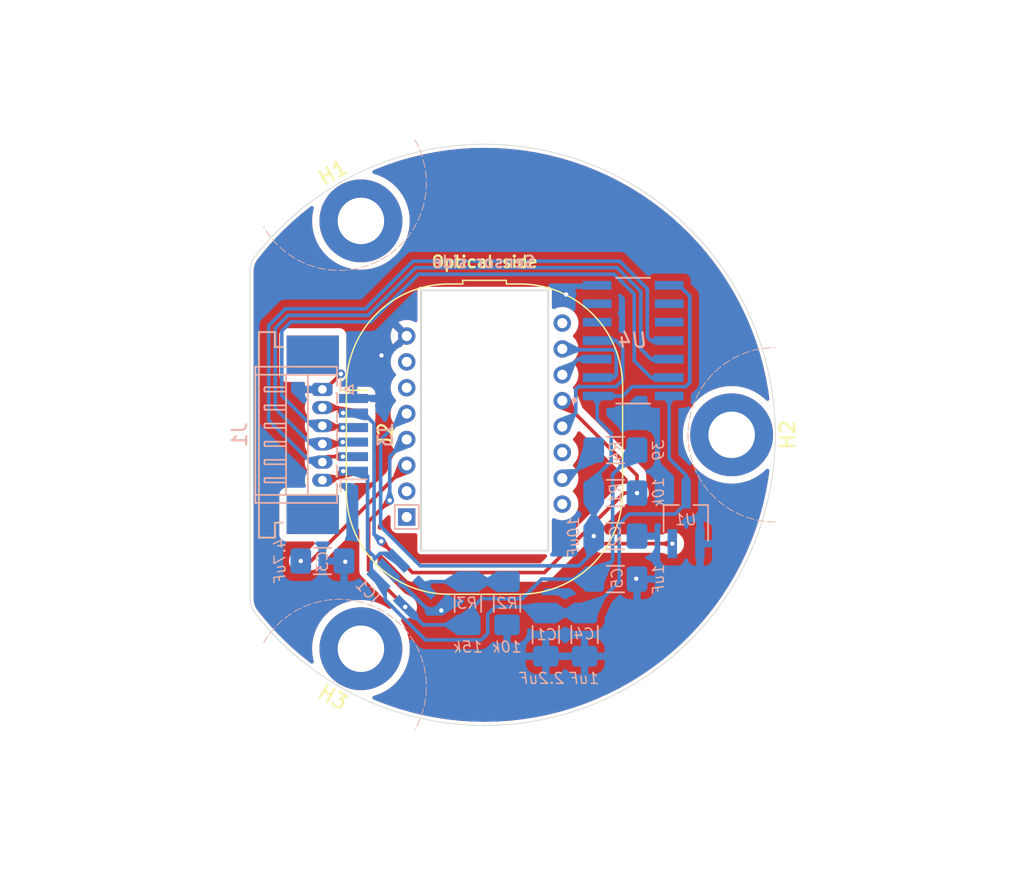
<source format=kicad_pcb>
(kicad_pcb (version 20221018) (generator pcbnew)
  (layers (0 "F.Cu" signal) (31 "B.Cu" signal) (34 "B.Paste" user) (35 "F.Paste" user) (36 "B.SilkS" user "B.Silkscreen") (37 "F.SilkS" user "F.Silkscreen") (38 "B.Mask" user) (39 "F.Mask" user) (44 "Edge.Cuts" user))
  (net 0 "")
  (net 1 "GND")
  (net 2 "VDD_5V")
  (net 3 "VDD_3.3V")
  (net 4 "Net-(U2-VDDPIX)")
  (net 5 "NCS_I")
  (net 6 "MOSI_I")
  (net 7 "SCLK_I")
  (net 8 "VDD_2V")
  (net 9 "Net-(IC1-ADJ)")
  (net 10 "SCLK")
  (net 11 "MOSI")
  (net 12 "MISO")
  (net 13 "NCS")
  (net 14 "Net-(U2-LED_P)")
  (footprint "Connector_FFC-FPC:TE_84952-6_1x06-1MP_P1.0mm_Horizontal" (layer "F.Cu") (at 70.1896 111 -90)
    (fp_text reference "J2" (at 0 -4 -90) (layer "F.SilkS"))
    (fp_text value "Conn_01x06_Female")
    (fp_line (start -7.07 3.6) (end -6.045 3.6) (stroke (width 0.12)) (layer "F.SilkS"))
    (fp_line (start -7.07 4.71) (end -7.07 3.6) (stroke (width 0.12)) (layer "F.SilkS"))
    (fp_line (start -6.045 3.6) (end -6.045 3.06) (stroke (width 0.12)) (layer "F.SilkS"))
    (fp_line (start -3.89 -0.91) (end -3.065 -0.91) (stroke (width 0.12)) (layer "F.SilkS"))
    (fp_line (start -3.065 -0.91) (end -3.065 -2.71) (stroke (width 0.12)) (layer "F.SilkS"))
    (fp_line (start 3.065 -0.91) (end 3.89 -0.91) (stroke (width 0.12)) (layer "F.SilkS"))
    (fp_line (start 6.045 3.06) (end 6.045 3.6) (stroke (width 0.12)) (layer "F.SilkS"))
    (fp_line (start 6.045 3.6) (end 7.07 3.6) (stroke (width 0.12)) (layer "F.SilkS"))
    (fp_line (start 7.07 3.6) (end 7.07 4.71) (stroke (width 0.12)) (layer "F.SilkS"))
    (fp_line (start 7.07 4.71) (end -7.07 4.71) (stroke (width 0.12)) (layer "F.SilkS"))
    (pad "1" smd rect (at -2.5 -1.8 270) (size 0.61 2) (layers "F.Cu" "F.Paste" "F.Mask") (net 1 "GND"))
    (pad "2" smd rect (at -1.5 -1.8 270) (size 0.61 2) (layers "F.Cu" "F.Paste" "F.Mask") (net 12 "MISO"))
    (pad "3" smd rect (at -0.5 -1.8 270) (size 0.61 2) (layers "F.Cu" "F.Paste" "F.Mask") (net 7 "SCLK_I"))
    (pad "4" smd rect (at 0.5 -1.8 270) (size 0.61 2) (layers "F.Cu" "F.Paste" "F.Mask") (net 6 "MOSI_I"))
    (pad "5" smd rect (at 1.5 -1.8 270) (size 0.61 2) (layers "F.Cu" "F.Paste" "F.Mask") (net 5 "NCS_I"))
    (pad "6" smd rect (at 2.5 -1.8 270) (size 0.61 2) (layers "F.Cu" "F.Paste" "F.Mask") (net 2 "VDD_5V"))
    (pad "MP" smd rect (at -5.49 1 270) (size 2.68 3.6) (layers "F.Cu" "F.Paste" "F.Mask"))
    (pad "MP" smd rect (at 5.49 1 270) (size 2.68 3.6) (layers "F.Cu" "F.Paste" "F.Mask"))
  )
  (footprint "MountingHole:MountingHole_3.2mm_M3_ISO7380_Pad" (layer "F.Cu") (at 72.5 96.277568 30)
    (fp_text reference "H1" (at 0 -3.85 30) (layer "F.SilkS"))
    (fp_text value "MountingHole")
    (pad "1" thru_hole circle (at 0 0 30) (size 5.7 5.7) (drill 3.2) (layers "*.Cu" "*.Mask"))
  )
  (footprint "MountingHole:MountingHole_3.2mm_M3_ISO7380_Pad" (layer "F.Cu") (at 98 111 -90)
    (fp_text reference "H2" (at 0 -3.85 90) (layer "F.SilkS"))
    (fp_text value "MountingHole")
    (pad "1" thru_hole circle (at 0 0 270) (size 5.7 5.7) (drill 3.2) (layers "*.Cu" "*.Mask"))
  )
  (footprint "MountingHole:MountingHole_3.2mm_M3_ISO7380_Pad" (layer "F.Cu") (at 72.5 125.722432 150)
    (fp_text reference "H3" (at 0 -3.85 150) (layer "F.SilkS"))
    (fp_text value "MountingHole")
    (pad "1" thru_hole circle (at 0 0 150) (size 5.7 5.7) (drill 3.2) (layers "*.Cu" "*.Mask"))
  )
  (footprint "jw_custom_footprint:PMW3360DM_DIP-16_W10.16mm" (layer "B.Cu") (at 81 111)
    (fp_text reference "U2" hide)
    (fp_text value "PMW3360DM-T2QU")
    (fp_rect (start -6.173 6.477) (end -4.522 4.826) (stroke (width 0.12)) (fill none) (layer "B.SilkS"))
    (fp_line (start -9.5 -3.33) (end -9.5 3.92) (stroke (width 0.1)) (layer "F.SilkS"))
    (fp_line (start -1.5 -10.63) (end -1.5 -10.38) (stroke (width 0.1)) (layer "F.SilkS"))
    (fp_line (start -1.5 -10.38) (end -2.45 -10.38) (stroke (width 0.1)) (layer "F.SilkS"))
    (fp_line (start 1.5 -10.63) (end -1.5 -10.63) (stroke (width 0.1)) (layer "F.SilkS"))
    (fp_line (start 1.5 -10.63) (end 1.5 -10.38) (stroke (width 0.1)) (layer "F.SilkS"))
    (fp_line (start 2.45 -10.38) (end 1.5 -10.38) (stroke (width 0.1)) (layer "F.SilkS"))
    (fp_line (start 2.45 10.97) (end -2.45 10.97) (stroke (width 0.1)) (layer "F.SilkS"))
    (fp_line (start 9.5 -3.33) (end 9.5 3.92) (stroke (width 0.1)) (layer "F.SilkS"))
    (fp_arc (start -9.5 -3.33) (mid -7.435103 -8.315103) (end -2.45 -10.38) (stroke (width 0.1)) (layer "F.SilkS"))
    (fp_arc (start -2.45 10.97) (mid -7.435103 8.905103) (end -9.5 3.92) (stroke (width 0.1)) (layer "F.SilkS"))
    (fp_arc (start 2.45 -10.38) (mid 7.435103 -8.315103) (end 9.5 -3.33) (stroke (width 0.1)) (layer "F.SilkS"))
    (fp_arc (start 9.5 3.92) (mid 7.435101 8.905101) (end 2.45 10.97) (stroke (width 0.1)) (layer "F.SilkS"))
    (fp_rect (start -4.365753 7.969953) (end 4.388247 -9.939047) (stroke (width 0.12)) (fill none) (layer "Edge.Cuts"))
    (pad "1" thru_hole rect (at -5.35 5.66) (size 1.2 1.2) (drill 0.7) (layers "*.Cu" "*.Mask"))
    (pad "2" thru_hole circle (at -5.35 3.88) (size 1.2 1.2) (drill 0.7) (layers "*.Cu" "*.Mask"))
    (pad "3" thru_hole circle (at -5.35 2.1) (size 1.2 1.2) (drill 0.7) (layers "*.Cu" "*.Mask") (net 4 "Net-(U2-VDDPIX)"))
    (pad "4" thru_hole circle (at -5.35 0.32) (size 1.2 1.2) (drill 0.7) (layers "*.Cu" "*.Mask") (net 8 "VDD_2V"))
    (pad "5" thru_hole circle (at -5.35 -1.46) (size 1.2 1.2) (drill 0.7) (layers "*.Cu" "*.Mask") (net 3 "VDD_3.3V"))
    (pad "6" thru_hole circle (at -5.35 -3.24) (size 1.2 1.2) (drill 0.7) (layers "*.Cu" "*.Mask"))
    (pad "7" thru_hole circle (at -5.35 -5.02) (size 1.2 1.2) (drill 0.7) (layers "*.Cu" "*.Mask"))
    (pad "8" thru_hole circle (at -5.35 -6.8) (size 1.2 1.2) (drill 0.7) (layers "*.Cu" "*.Mask") (net 1 "GND"))
    (pad "9" thru_hole circle (at 5.35 -7.69) (size 1.2 1.2) (drill 0.7) (layers "*.Cu" "*.Mask"))
    (pad "10" thru_hole circle (at 5.35 -5.91) (size 1.2 1.2) (drill 0.7) (layers "*.Cu" "*.Mask") (net 10 "SCLK"))
    (pad "11" thru_hole circle (at 5.35 -4.13) (size 1.2 1.2) (drill 0.7) (layers "*.Cu" "*.Mask") (net 11 "MOSI"))
    (pad "12" thru_hole circle (at 5.35 -2.35) (size 1.2 1.2) (drill 0.7) (layers "*.Cu" "*.Mask") (net 12 "MISO"))
    (pad "13" thru_hole circle (at 5.35 -0.57) (size 1.2 1.2) (drill 0.7) (layers "*.Cu" "*.Mask") (net 13 "NCS"))
    (pad "14" thru_hole circle (at 5.35 1.21) (size 1.2 1.2) (drill 0.7) (layers "*.Cu" "*.Mask"))
    (pad "15" thru_hole circle (at 5.35 2.99) (size 1.2 1.2) (drill 0.7) (layers "*.Cu" "*.Mask") (net 14 "Net-(U2-LED_P)"))
    (pad "16" thru_hole circle (at 5.35 4.77) (size 1.2 1.2) (drill 0.7) (layers "*.Cu" "*.Mask"))
  )
  (footprint "Resistor_SMD:R_1206_3216Metric_Pad1.42x1.75mm_HandSolder" (layer "B.Cu") (at 90.0033 115.010266)
    (fp_text reference "R1" (at 0 -0.0109 90) (layer "B.SilkS") (effects (font (size 0.75 0.75) (thickness 0.1) italic) (justify mirror)))
    (fp_text value "10k" (at 2.9607 -0.075266 90) (layer "B.SilkS") (effects (font (size 0.75 0.75) (thickness 0.1) italic) (justify mirror)))
    (fp_line (start -0.602064 -0.91) (end 0.602064 -0.91) (stroke (width 0.12)) (layer "B.SilkS"))
    (fp_line (start -0.602064 0.91) (end 0.602064 0.91) (stroke (width 0.12)) (layer "B.SilkS"))
    (pad "1" smd roundrect (at -1.4875 0) (size 1.425 1.75) (layers "B.Cu" "B.Paste" "B.Mask") (roundrect_rratio 0.1754392982) (net 3 "VDD_3.3V"))
    (pad "2" smd roundrect (at 1.4875 0) (size 1.425 1.75) (layers "B.Cu" "B.Paste" "B.Mask") (roundrect_rratio 0.1754392982) (net 12 "MISO"))
  )
  (footprint "Connector_FFC-FPC:TE_84952-6_1x06-1MP_P1.0mm_Horizontal" (layer "B.Cu") (at 70.1896 111 90)
    (fp_text reference "J3" (at 0 4 270) (layer "B.SilkS") (effects (justify mirror)))
    (fp_text value "Conn_01x06_Female")
    (fp_line (start -7.07 -4.71) (end -7.07 -3.6) (stroke (width 0.12)) (layer "B.SilkS"))
    (fp_line (start -7.07 -3.6) (end -6.045 -3.6) (stroke (width 0.12)) (layer "B.SilkS"))
    (fp_line (start -6.045 -3.6) (end -6.045 -3.06) (stroke (width 0.12)) (layer "B.SilkS"))
    (fp_line (start -3.89 0.91) (end -3.065 0.91) (stroke (width 0.12)) (layer "B.SilkS"))
    (fp_line (start -3.065 0.91) (end -3.065 2.71) (stroke (width 0.12)) (layer "B.SilkS"))
    (fp_line (start 3.065 0.91) (end 3.89 0.91) (stroke (width 0.12)) (layer "B.SilkS"))
    (fp_line (start 6.045 -3.6) (end 7.07 -3.6) (stroke (width 0.12)) (layer "B.SilkS"))
    (fp_line (start 6.045 -3.06) (end 6.045 -3.6) (stroke (width 0.12)) (layer "B.SilkS"))
    (fp_line (start 7.07 -4.71) (end -7.07 -4.71) (stroke (width 0.12)) (layer "B.SilkS"))
    (fp_line (start 7.07 -3.6) (end 7.07 -4.71) (stroke (width 0.12)) (layer "B.SilkS"))
    (pad "1" smd rect (at -2.5 1.8 90) (size 0.61 2) (layers "B.Cu" "B.Paste" "B.Mask") (net 2 "VDD_5V"))
    (pad "2" smd rect (at -1.5 1.8 90) (size 0.61 2) (layers "B.Cu" "B.Paste" "B.Mask") (net 5 "NCS_I"))
    (pad "3" smd rect (at -0.5 1.8 90) (size 0.61 2) (layers "B.Cu" "B.Paste" "B.Mask") (net 6 "MOSI_I"))
    (pad "4" smd rect (at 0.5 1.8 90) (size 0.61 2) (layers "B.Cu" "B.Paste" "B.Mask") (net 7 "SCLK_I"))
    (pad "5" smd rect (at 1.5 1.8 90) (size 0.61 2) (layers "B.Cu" "B.Paste" "B.Mask") (net 12 "MISO"))
    (pad "6" smd rect (at 2.5 1.8 90) (size 0.61 2) (layers "B.Cu" "B.Paste" "B.Mask") (net 1 "GND"))
    (pad "MP" smd rect (at -5.49 -1 90) (size 2.68 3.6) (layers "B.Cu" "B.Paste" "B.Mask"))
    (pad "MP" smd rect (at 5.49 -1 90) (size 2.68 3.6) (layers "B.Cu" "B.Paste" "B.Mask"))
  )
  (footprint "local:SOIC127P600X175-14N" (layer "B.Cu") (at 91.2256 104.521)
    (fp_text reference "U4" (at -0.0037 -0.0274) (layer "B.SilkS") (effects (font (thickness 0.15) italic) (justify mirror)))
    (fp_text value "TXS0104EDR")
    (fp_line (start -1.17 -4.325) (end 1.17 -4.325) (stroke (width 0.127)) (layer "B.SilkS"))
    (fp_line (start -1.17 4.325) (end 1.17 4.325) (stroke (width 0.127)) (layer "B.SilkS"))
    (fp_circle (center -4.05 4.1) (end -3.95 4.1) (stroke (width 0.2)) (fill none) (layer "B.SilkS"))
    (pad "1" smd rect (at -2.475 3.81) (size 1.97 0.6) (layers "B.Cu" "B.Paste" "B.Mask") (net 3 "VDD_3.3V"))
    (pad "2" smd rect (at -2.475 2.54) (size 1.97 0.6) (layers "B.Cu" "B.Paste" "B.Mask") (net 10 "SCLK"))
    (pad "3" smd rect (at -2.475 1.27) (size 1.97 0.6) (layers "B.Cu" "B.Paste" "B.Mask") (net 11 "MOSI"))
    (pad "4" smd rect (at -2.475 0) (size 1.97 0.6) (layers "B.Cu" "B.Paste" "B.Mask") (net 13 "NCS"))
    (pad "5" smd rect (at -2.475 -1.27) (size 1.97 0.6) (layers "B.Cu" "B.Paste" "B.Mask"))
    (pad "6" smd rect (at -2.475 -2.54) (size 1.97 0.6) (layers "B.Cu" "B.Paste" "B.Mask"))
    (pad "7" smd rect (at -2.475 -3.81) (size 1.97 0.6) (layers "B.Cu" "B.Paste" "B.Mask") (net 1 "GND"))
    (pad "8" smd rect (at 2.475 -3.81) (size 1.97 0.6) (layers "B.Cu" "B.Paste" "B.Mask") (net 3 "VDD_3.3V"))
    (pad "9" smd rect (at 2.475 -2.54) (size 1.97 0.6) (layers "B.Cu" "B.Paste" "B.Mask"))
    (pad "10" smd rect (at 2.475 -1.27) (size 1.97 0.6) (layers "B.Cu" "B.Paste" "B.Mask"))
    (pad "11" smd rect (at 2.475 0) (size 1.97 0.6) (layers "B.Cu" "B.Paste" "B.Mask") (net 5 "NCS_I"))
    (pad "12" smd rect (at 2.475 1.27) (size 1.97 0.6) (layers "B.Cu" "B.Paste" "B.Mask") (net 6 "MOSI_I"))
    (pad "13" smd rect (at 2.475 2.54) (size 1.97 0.6) (layers "B.Cu" "B.Paste" "B.Mask") (net 7 "SCLK_I"))
    (pad "14" smd rect (at 2.475 3.81) (size 1.97 0.6) (layers "B.Cu" "B.Paste" "B.Mask") (net 2 "VDD_5V"))
  )
  (footprint "Capacitor_SMD:C_1206_3216Metric_Pad1.42x1.75mm_HandSolder" (layer "B.Cu") (at 69.85 119.6848)
    (fp_text reference "C3" (at -0.0006 0 90) (layer "B.SilkS") (effects (font (size 0.75 0.75) (thickness 0.1) italic) (justify mirror)))
    (fp_text value "4.7uF" (at -2.921 -0.0508 90) (layer "B.SilkS") (effects (font (size 0.75 0.75) (thickness 0.1) italic) (justify mirror)))
    (fp_line (start -0.602064 -0.91) (end 0.602064 -0.91) (stroke (width 0.12)) (layer "B.SilkS"))
    (fp_line (start -0.602064 0.91) (end 0.602064 0.91) (stroke (width 0.12)) (layer "B.SilkS"))
    (pad "1" smd roundrect (at -1.4875 0) (size 1.425 1.75) (layers "B.Cu" "B.Paste" "B.Mask") (roundrect_rratio 0.1754392982) (net 4 "Net-(U2-VDDPIX)"))
    (pad "2" smd roundrect (at 1.4875 0) (size 1.425 1.75) (layers "B.Cu" "B.Paste" "B.Mask") (roundrect_rratio 0.1754392982) (net 1 "GND"))
  )
  (footprint "Package_TO_SOT_SMD:TSOT-23_HandSoldering" (layer "B.Cu") (at 94.869 116.781 90)
    (fp_text reference "U1" (at -0.059 0 180) (layer "B.SilkS") (effects (font (size 0.75 0.75) (thickness 0.1) italic) (justify mirror)))
    (fp_text value "XC6206P332MR")
    (fp_line (start 0.93 1.51) (end -1.5 1.51) (stroke (width 0.12)) (layer "B.SilkS"))
    (fp_line (start 0.95 -1.55) (end -0.9 -1.55) (stroke (width 0.12)) (layer "B.SilkS"))
    (fp_line (start 0.95 -0.5) (end 0.95 -1.55) (stroke (width 0.12)) (layer "B.SilkS"))
    (fp_line (start 0.95 1.5) (end 0.95 0.5) (stroke (width 0.12)) (layer "B.SilkS"))
    (pad "1" smd rect (at -1.71 0.95 90) (size 2 0.65) (layers "B.Cu" "B.Paste" "B.Mask") (net 1 "GND"))
    (pad "2" smd rect (at -1.71 -0.95 90) (size 2 0.65) (layers "B.Cu" "B.Paste" "B.Mask") (net 3 "VDD_3.3V"))
    (pad "3" smd rect (at 1.71 0 90) (size 2 0.65) (layers "B.Cu" "B.Paste" "B.Mask") (net 2 "VDD_5V"))
  )
  (footprint "Capacitor_SMD:C_1206_3216Metric_Pad1.42x1.75mm_HandSolder" (layer "B.Cu") (at 85.217 124.7505 -90)
    (fp_text reference "C1" (at -0.0006 -0.0856) (layer "B.SilkS") (effects (font (size 0.75 0.75) (thickness 0.1) italic) (justify mirror)))
    (fp_text value "2.2uF" (at 3.0115 0.254 -180) (layer "B.SilkS") (effects (font (size 0.75 0.75) (thickness 0.1) italic) (justify mirror)))
    (fp_line (start -0.602064 -0.91) (end 0.602064 -0.91) (stroke (width 0.12)) (layer "B.SilkS"))
    (fp_line (start -0.602064 0.91) (end 0.602064 0.91) (stroke (width 0.12)) (layer "B.SilkS"))
    (pad "1" smd roundrect (at -1.4875 0 270) (size 1.425 1.75) (layers "B.Cu" "B.Paste" "B.Mask") (roundrect_rratio 0.1754392982) (net 2 "VDD_5V"))
    (pad "2" smd roundrect (at 1.4875 0 270) (size 1.425 1.75) (layers "B.Cu" "B.Paste" "B.Mask") (roundrect_rratio 0.1754392982) (net 1 "GND"))
  )
  (footprint "local:AP7331" (layer "B.Cu") (at 75.30179 121.253087 -45)
    (fp_text reference "IC1" (at -1.3 2 135) (layer "B.SilkS") (effects (font (size 0.75 0.75) (thickness 0.1)) (justify mirror)))
    (fp_text value "AP7331-WG-7" hide)
    (pad "1" smd rect (at -1.3 0.95 225) (size 0.6 1.8) (layers "B.Cu" "B.Paste" "B.Mask") (net 2 "VDD_5V"))
    (pad "2" smd rect (at -1.3 0 225) (size 0.6 1.8) (layers "B.Cu" "B.Paste" "B.Mask") (net 1 "GND"))
    (pad "3" smd rect (at -1.3 -0.95 225) (size 0.6 1.8) (layers "B.Cu" "B.Paste" "B.Mask") (net 2 "VDD_5V"))
    (pad "4" smd rect (at 1.3 -0.95 225) (size 0.6 1.8) (layers "B.Cu" "B.Paste" "B.Mask") (net 9 "Net-(IC1-ADJ)"))
    (pad "5" smd rect (at 1.3 0.95 225) (size 0.6 1.8) (layers "B.Cu" "B.Paste" "B.Mask") (net 8 "VDD_2V"))
  )
  (footprint "Capacitor_SMD:C_1206_3216Metric_Pad1.42x1.75mm_HandSolder" (layer "B.Cu") (at 87.884 124.7505 -90)
    (fp_text reference "C4" (at -0.0514 0) (layer "B.SilkS") (effects (font (size 0.75 0.75) (thickness 0.1) italic) (justify mirror)))
    (fp_text value "1uF" (at 3.0115 0 -180) (layer "B.SilkS") (effects (font (size 0.75 0.75) (thickness 0.1) italic) (justify mirror)))
    (fp_line (start -0.602064 -0.91) (end 0.602064 -0.91) (stroke (width 0.12)) (layer "B.SilkS"))
    (fp_line (start -0.602064 0.91) (end 0.602064 0.91) (stroke (width 0.12)) (layer "B.SilkS"))
    (pad "1" smd roundrect (at -1.4875 0 270) (size 1.425 1.75) (layers "B.Cu" "B.Paste" "B.Mask") (roundrect_rratio 0.1754392982) (net 2 "VDD_5V"))
    (pad "2" smd roundrect (at 1.4875 0 270) (size 1.425 1.75) (layers "B.Cu" "B.Paste" "B.Mask") (roundrect_rratio 0.1754392982) (net 1 "GND"))
  )
  (footprint "Resistor_SMD:R_1206_3216Metric_Pad1.42x1.75mm_HandSolder" (layer "B.Cu") (at 79.8576 122.5915 -90)
    (fp_text reference "R3" (at -0.0034 0.0254) (layer "B.SilkS") (effects (font (size 0.75 0.75) (thickness 0.1) italic) (justify mirror)))
    (fp_text value "15k" (at 3.0115 -0.0254 180) (layer "B.SilkS") (effects (font (size 0.75 0.75) (thickness 0.1) italic) (justify mirror)))
    (fp_line (start -0.602064 -0.91) (end 0.602064 -0.91) (stroke (width 0.12)) (layer "B.SilkS"))
    (fp_line (start -0.602064 0.91) (end 0.602064 0.91) (stroke (width 0.12)) (layer "B.SilkS"))
    (pad "1" smd roundrect (at -1.4875 0 270) (size 1.425 1.75) (layers "B.Cu" "B.Paste" "B.Mask") (roundrect_rratio 0.1754392982) (net 9 "Net-(IC1-ADJ)"))
    (pad "2" smd roundrect (at 1.4875 0 270) (size 1.425 1.75) (layers "B.Cu" "B.Paste" "B.Mask") (roundrect_rratio 0.1754392982) (net 8 "VDD_2V"))
  )
  (footprint "Capacitor_SMD:C_1206_3216Metric_Pad1.42x1.75mm_HandSolder" (layer "B.Cu") (at 90.0033 120.9294)
    (fp_text reference "C5" (at 0.127 -0.1 90) (layer "B.SilkS") (effects (font (size 0.75 0.75) (thickness 0.1) italic) (justify mirror)))
    (fp_text value "1uF" (at 2.9607 -0.0254 90) (layer "B.SilkS") (effects (font (size 0.75 0.75) (thickness 0.1) italic) (justify mirror)))
    (fp_line (start -0.602064 -0.91) (end 0.602064 -0.91) (stroke (width 0.12)) (layer "B.SilkS"))
    (fp_line (start -0.602064 0.91) (end 0.602064 0.91) (stroke (width 0.12)) (layer "B.SilkS"))
    (pad "1" smd roundrect (at -1.4875 0) (size 1.425 1.75) (layers "B.Cu" "B.Paste" "B.Mask") (roundrect_rratio 0.1754392982) (net 8 "VDD_2V"))
    (pad "2" smd roundrect (at 1.4875 0) (size 1.425 1.75) (layers "B.Cu" "B.Paste" "B.Mask") (roundrect_rratio 0.1754392982) (net 1 "GND"))
  )
  (footprint "Resistor_SMD:R_1206_3216Metric_Pad1.42x1.75mm_HandSolder" (layer "B.Cu") (at 82.55 122.5915 -90)
    (fp_text reference "R2" (at 0.0034 -0.05) (layer "B.SilkS") (effects (font (size 0.75 0.75) (thickness 0.1) italic) (justify mirror)))
    (fp_text value "10k" (at 3.0115 0 -180) (layer "B.SilkS") (effects (font (size 0.75 0.75) (thickness 0.1) italic) (justify mirror)))
    (fp_line (start -0.602064 -0.91) (end 0.602064 -0.91) (stroke (width 0.12)) (layer "B.SilkS"))
    (fp_line (start -0.602064 0.91) (end 0.602064 0.91) (stroke (width 0.12)) (layer "B.SilkS"))
    (pad "1" smd roundrect (at -1.4875 0 270) (size 1.425 1.75) (layers "B.Cu" "B.Paste" "B.Mask") (roundrect_rratio 0.1754392982) (net 9 "Net-(IC1-ADJ)"))
    (pad "2" smd roundrect (at 1.4875 0 270) (size 1.425 1.75) (layers "B.Cu" "B.Paste" "B.Mask") (roundrect_rratio 0.1754392982) (net 1 "GND"))
  )
  (footprint "Connector_Hirose:Hirose_DF13-06P-1.25DS_1x06_P1.25mm_Horizontal" (layer "B.Cu") (at 69.85 107.875 -90)
    (fp_text reference "J1" (at 3.12 5.7 90) (layer "B.SilkS") (effects (justify mirror)))
    (fp_text value "Conn_01x06_Female")
    (fp_line (start -1.56 -1.01) (end -1.56 4.61) (stroke (width 0.12)) (layer "B.SilkS"))
    (fp_line (start -1.56 4.61) (end 7.81 4.61) (stroke (width 0.12)) (layer "B.SilkS"))
    (fp_line (start -1.01 1) (end 7.26 1) (stroke (width 0.12)) (layer "B.SilkS"))
    (fp_line (start -1.01 2.5) (end 7.26 2.5) (stroke (width 0.12)) (layer "B.SilkS"))
    (fp_line (start -1.01 4.61) (end -1.01 -1.01) (stroke (width 0.12)) (layer "B.SilkS"))
    (fp_line (start -0.3 -2.1) (end 0.3 -2.1) (stroke (width 0.12)) (layer "B.SilkS"))
    (fp_line (start -0.25 -1.01) (end -1.56 -1.01) (stroke (width 0.12)) (layer "B.SilkS"))
    (fp_line (start -0.25 -0.96) (end -0.25 -1.01) (stroke (width 0.12)) (layer "B.SilkS"))
    (fp_line (start -0.15 2.5) (end -0.15 3.9625) (stroke (width 0.12)) (layer "B.SilkS"))
    (fp_line (start -0.15 3.9625) (end 0 4) (stroke (width 0.12)) (layer "B.SilkS"))
    (fp_line (start 0 -1.5) (end -0.3 -2.1) (stroke (width 0.12)) (layer "B.SilkS"))
    (fp_line (start 0 4) (end 0.15 3.9625) (stroke (width 0.12)) (layer "B.SilkS"))
    (fp_line (start 0.15 3.9625) (end 0.15 2.5) (stroke (width 0.12)) (layer "B.SilkS"))
    (fp_line (start 0.25 -1.01) (end 1 -1.01) (stroke (width 0.12)) (layer "B.SilkS"))
    (fp_line (start 0.25 -0.96) (end 0.25 -1.01) (stroke (width 0.12)) (layer "B.SilkS"))
    (fp_line (start 0.3 -2.1) (end 0 -1.5) (stroke (width 0.12)) (layer "B.SilkS"))
    (fp_line (start 1 -1.01) (end 1 -0.96) (stroke (width 0.12)) (layer "B.SilkS"))
    (fp_line (start 1.1 2.5) (end 1.1 3.9625) (stroke (width 0.12)) (layer "B.SilkS"))
    (fp_line (start 1.1 3.9625) (end 1.25 4) (stroke (width 0.12)) (layer "B.SilkS"))
    (fp_line (start 1.25 4) (end 1.4 3.9625) (stroke (width 0.12)) (layer "B.SilkS"))
    (fp_line (start 1.4 3.9625) (end 1.4 2.5) (stroke (width 0.12)) (layer "B.SilkS"))
    (fp_line (start 1.5 -1.01) (end 2.25 -1.01) (stroke (width 0.12)) (layer "B.SilkS"))
    (fp_line (start 1.5 -0.96) (end 1.5 -1.01) (stroke (width 0.12)) (layer "B.SilkS"))
    (fp_line (start 2.25 -1.01) (end 2.25 -0.96) (stroke (width 0.12)) (layer "B.SilkS"))
    (fp_line (start 2.35 2.5) (end 2.35 3.9625) (stroke (width 0.12)) (layer "B.SilkS"))
    (fp_line (start 2.35 3.9625) (end 2.5 4) (stroke (width 0.12)) (layer "B.SilkS"))
    (fp_line (start 2.5 4) (end 2.65 3.9625) (stroke (width 0.12)) (layer "B.SilkS"))
    (fp_line (start 2.65 3.9625) (end 2.65 2.5) (stroke (width 0.12)) (layer "B.SilkS"))
    (fp_line (start 2.75 -1.01) (end 3.5 -1.01) (stroke (width 0.12)) (layer "B.SilkS"))
    (fp_line (start 2.75 -0.96) (end 2.75 -1.01) (stroke (width 0.12)) (layer "B.SilkS"))
    (fp_line (start 3.5 -1.01) (end 3.5 -0.96) (stroke (width 0.12)) (layer "B.SilkS"))
    (fp_line (start 3.6 2.5) (end 3.6 3.9625) (stroke (width 0.12)) (layer "B.SilkS"))
    (fp_line (start 3.6 3.9625) (end 3.75 4) (stroke (width 0.12)) (layer "B.SilkS"))
    (fp_line (start 3.75 4) (end 3.9 3.9625) (stroke (width 0.12)) (layer "B.SilkS"))
    (fp_line (start 3.9 3.9625) (end 3.9 2.5) (stroke (width 0.12)) (layer "B.SilkS"))
    (fp_line (start 4 -1.01) (end 4.75 -1.01) (stroke (width 0.12)) (layer "B.SilkS"))
    (fp_line (start 4 -0.96) (end 4 -1.01) (stroke (width 0.12)) (layer "B.SilkS"))
    (fp_line (start 4.75 -1.01) (end 4.75 -0.96) (stroke (width 0.12)) (layer "B.SilkS"))
    (fp_line (start 4.85 2.5) (end 4.85 3.9625) (stroke (width 0.12)) (layer "B.SilkS"))
    (fp_line (start 4.85 3.9625) (end 5 4) (stroke (width 0.12)) (layer "B.SilkS"))
    (fp_line (start 5 4) (end 5.15 3.9625) (stroke (width 0.12)) (layer "B.SilkS"))
    (fp_line (start 5.15 3.9625) (end 5.15 2.5) (stroke (width 0.12)) (layer "B.SilkS"))
    (fp_line (start 5.25 -1.01) (end 6 -1.01) (stroke (width 0.12)) (layer "B.SilkS"))
    (fp_line (start 5.25 -0.96) (end 5.25 -1.01) (stroke (width 0.12)) (layer "B.SilkS"))
    (fp_line (start 6 -1.01) (end 6 -0.96) (stroke (width 0.12)) (layer "B.SilkS"))
    (fp_line (start 6.1 2.5) (end 6.1 3.9625) (stroke (width 0.12)) (layer "B.SilkS"))
    (fp_line (start 6.1 3.9625) (end 6.25 4) (stroke (width 0.12)) (layer "B.SilkS"))
    (fp_line (start 6.25 4) (end 6.4 3.9625) (stroke (width 0.12)) (layer "B.SilkS"))
    (fp_line (start 6.4 3.9625) (end 6.4 2.5) (stroke (width 0.12)) (layer "B.SilkS"))
    (fp_line (start 6.5 -1.01) (end 6.5 -0.96) (stroke (width 0.12)) (layer "B.SilkS"))
    (fp_line (start 7.26 4.61) (end 7.26 -1.01) (stroke (width 0.12)) (layer "B.SilkS"))
    (fp_line (start 7.81 -1.01) (end 6.5 -1.01) (stroke (width 0.12)) (layer "B.SilkS"))
    (fp_line (start 7.81 4.61) (end 7.81 -1.01) (stroke (width 0.12)) (layer "B.SilkS"))
    (pad "1" thru_hole roundrect (at 0 0 270) (size 0.9 1.4) (drill 0.6) (layers "*.Cu" "*.Mask") (net 1 "GND"))
    (pad "2" thru_hole oval (at 1.25 0 270) (size 0.9 1.4) (drill 0.6) (layers "*.Cu" "*.Mask") (net 12 "MISO"))
    (pad "3" thru_hole oval (at 2.5 0 270) (size 0.9 1.4) (drill 0.6) (layers "*.Cu" "*.Mask") (net 7 "SCLK_I"))
    (pad "4" thru_hole oval (at 3.75 0 270) (size 0.9 1.4) (drill 0.6) (layers "*.Cu" "*.Mask") (net 6 "MOSI_I"))
    (pad "5" thru_hole oval (at 5 0 270) (size 0.9 1.4) (drill 0.6) (layers "*.Cu" "*.Mask") (net 5 "NCS_I"))
    (pad "6" thru_hole oval (at 6.25 0 270) (size 0.9 1.4) (drill 0.6) (layers "*.Cu" "*.Mask") (net 2 "VDD_5V"))
  )
  (footprint "Capacitor_SMD:C_1206_3216Metric_Pad1.42x1.75mm_HandSolder" (layer "B.Cu") (at 90.0033 117.969832)
    (fp_text reference "C2" (at 0.0034 -0.0508 90) (layer "B.SilkS") (effects (font (size 0.75 0.75) (thickness 0.1) italic) (justify mirror)))
    (fp_text value "10uF" (at -2.8813 0.013168 90) (layer "B.SilkS") (effects (font (size 0.75 0.75) (thickness 0.1) italic) (justify mirror)))
    (fp_line (start -0.602064 -0.91) (end 0.602064 -0.91) (stroke (width 0.12)) (layer "B.SilkS"))
    (fp_line (start -0.602064 0.91) (end 0.602064 0.91) (stroke (width 0.12)) (layer "B.SilkS"))
    (pad "1" smd roundrect (at -1.4875 0) (size 1.425 1.75) (layers "B.Cu" "B.Paste" "B.Mask") (roundrect_rratio 0.1754392982) (net 3 "VDD_3.3V"))
    (pad "2" smd roundrect (at 1.4875 0) (size 1.425 1.75) (layers "B.Cu" "B.Paste" "B.Mask") (roundrect_rratio 0.1754392982) (net 1 "GND"))
  )
  (footprint "Resistor_SMD:R_1206_3216Metric_Pad1.42x1.75mm_HandSolder" (layer "B.Cu") (at 90.0033 112.0507 180)
    (fp_text reference "R4" (at 0 -0.0649 90) (layer "B.SilkS") (effects (font (size 0.75 0.75) (thickness 0.1) italic) (justify mirror)))
    (fp_text value "39" (at -2.9607 0.0367 90) (layer "B.SilkS") (effects (font (size 0.75 0.75) (thickness 0.1) italic) (justify mirror)))
    (fp_line (start -0.602064 -0.91) (end 0.602064 -0.91) (stroke (width 0.12)) (layer "B.SilkS"))
    (fp_line (start -0.602064 0.91) (end 0.602064 0.91) (stroke (width 0.12)) (layer "B.SilkS"))
    (pad "1" smd roundrect (at -1.4875 0 180) (size 1.425 1.75) (layers "B.Cu" "B.Paste" "B.Mask") (roundrect_rratio 0.1754392982) (net 8 "VDD_2V"))
    (pad "2" smd roundrect (at 1.4875 0 180) (size 1.425 1.75) (layers "B.Cu" "B.Paste" "B.Mask") (roundrect_rratio 0.1754392982) (net 14 "Net-(U2-LED_P)"))
  )
  (gr_arc (start 65.803848 125.320508) (mid 73.999999 123.124357) (end 76.196152 131.320508) (stroke (width 0.05) (type dash)) (layer "B.SilkS"))
  (gr_arc (start 76.196152 90.679492) (mid 73.999999 98.875645) (end 65.803848 96.679492) (stroke (width 0.05) (type dash)) (layer "B.SilkS"))
  (gr_arc (start 101 117) (mid 95 111) (end 101 105) (stroke (width 0.05) (type dash)) (layer "B.SilkS"))
  (gr_line (start 64.8716 111) (end 64.8716 122.22397) (stroke (width 0.05)) (layer "Edge.Cuts"))
  (gr_arc (start 81 131) (mid 72.256143 128.983814) (end 65.278 123.3424) (stroke (width 0.05)) (layer "Edge.Cuts"))
  (gr_arc (start 81 91) (mid 101 111) (end 81 131) (stroke (width 0.05)) (layer "Edge.Cuts"))
  (gr_arc (start 64.8716 99.77603) (mid 64.966552 99.177481) (end 65.278 98.6576) (stroke (width 0.05)) (layer "Edge.Cuts"))
  (gr_arc (start 65.278 123.3424) (mid 64.966552 122.822519) (end 64.8716 122.22397) (stroke (width 0.05)) (layer "Edge.Cuts"))
  (gr_line (start 64.8716 111) (end 64.8716 99.77603) (stroke (width 0.05)) (layer "Edge.Cuts"))
  (gr_arc (start 65.278 98.6576) (mid 72.256143 93.016186) (end 81 91) (stroke (width 0.05)) (layer "Edge.Cuts"))
  (gr_text "Sensor side" (at 84.580238 99.568) (layer "B.SilkS") (effects (font (size 0.8 0.8) (thickness 0.15) bold) (justify left bottom mirror)))
  (gr_text "Optical side" (at 77.279523 99.568) (layer "F.SilkS") (effects (font (size 0.8 0.8) (thickness 0.15) bold) (justify left bottom)))
  (segment (start 70.052 107.875) (end 71.12 106.807) (width 0.25) (layer "F.Cu") (net 1))
  (segment (start 69.85 107.875) (end 70.052 107.875) (width 0.25) (layer "F.Cu") (net 1))
  (via (at 73.914 105.537) (size 0.6) (drill 0.3) (layers "F.Cu" "B.Cu") (net 1))
  (via (at 86.614 101.346) (size 0.6) (drill 0.3) (layers "F.Cu" "B.Cu") (net 1))
  (via (at 91.44 120.904) (size 0.6) (drill 0.3) (layers "F.Cu" "B.Cu") (net 1))
  (via (at 78.0288 123.0884) (size 0.6) (drill 0.3) (layers "F.Cu" "B.Cu") (net 1))
  (via (at 71.4248 119.7356) (size 0.6) (drill 0.3) (layers "F.Cu" "B.Cu") (net 1))
  (via (at 71.12 106.807) (size 0.6) (drill 0.3) (layers "F.Cu" "B.Cu") (net 1))
  (segment (start 70.66 114.125) (end 69.85 114.125) (width 0.25) (layer "F.Cu") (net 2))
  (segment (start 71.285 113.5) (end 70.66 114.125) (width 0.25) (layer "F.Cu") (net 2))
  (via (at 71.285 113.5) (size 0.6) (drill 0.3) (layers "F.Cu" "B.Cu") (net 2))
  (segment (start 87.884 123.263) (end 88.1158 123.263) (width 0.25) (layer "B.Cu") (net 2))
  (segment (start 80.7759 125.1165) (end 81.2292 124.6632) (width 0.25) (layer "B.Cu") (net 2))
  (segment (start 90.932 116.459) (end 94.107 116.459) (width 0.25) (layer "B.Cu") (net 2))
  (segment (start 74.168 121.4628) (end 74.168 122.346684) (width 0.25) (layer "B.Cu") (net 2))
  (segment (start 72.956 113.85) (end 72.956 118.93) (width 0.25) (layer "B.Cu") (net 2))
  (segment (start 90.2644 117.1266) (end 90.932 116.459) (width 0.25) (layer "B.Cu") (net 2))
  (segment (start 84.7884 122.8344) (end 85.217 123.263) (width 0.25) (layer "B.Cu") (net 2))
  (segment (start 73.209023 119.774964) (end 73.209023 120.503823) (width 0.25) (layer "B.Cu") (net 2))
  (segment (start 93.7006 112.6236) (end 93.7006 108.331) (width 0.25) (layer "B.Cu") (net 2))
  (segment (start 74.552526 119.16032) (end 73.823667 119.16032) (width 0.25) (layer "B.Cu") (net 2))
  (segment (start 81.2292 123.3424) (end 81.7372 122.8344) (width 0.25) (layer "B.Cu") (net 2))
  (segment (start 76.937816 125.1165) (end 80.7759 125.1165) (width 0.25) (layer "B.Cu") (net 2))
  (segment (start 71.896 113.5) (end 72.606 113.5) (width 0.25) (layer "B.Cu") (net 2))
  (segment (start 81.7372 122.8344) (end 84.7884 122.8344) (width 0.25) (layer "B.Cu") (net 2))
  (segment (start 72.956 118.93) (end 73.504993 119.478993) (width 0.25) (layer "B.Cu") (net 2))
  (segment (start 90.2644 121.1144) (end 90.2644 117.1266) (width 0.25) (layer "B.Cu") (net 2))
  (segment (start 73.823667 119.16032) (end 73.504993 119.478993) (width 0.25) (layer "B.Cu") (net 2))
  (segment (start 72.606 113.5) (end 72.956 113.85) (width 0.25) (layer "B.Cu") (net 2))
  (segment (start 73.209023 120.503823) (end 73.7108 121.0056) (width 0.25) (layer "B.Cu") (net 2))
  (segment (start 94.107 116.459) (end 94.869 115.697) (width 0.25) (layer "B.Cu") (net 2))
  (segment (start 74.168 122.346684) (end 76.937816 125.1165) (width 0.25) (layer "B.Cu") (net 2))
  (segment (start 73.504993 119.478993) (end 73.209023 119.774964) (width 0.25) (layer "B.Cu") (net 2))
  (segment (start 81.2292 124.6632) (end 81.2292 123.3424) (width 0.25) (layer "B.Cu") (net 2))
  (segment (start 73.7108 121.0056) (end 74.168 121.4628) (width 0.25) (layer "B.Cu") (net 2))
  (segment (start 85.217 123.263) (end 87.884 123.263) (width 0.25) (layer "B.Cu") (net 2))
  (segment (start 94.869 115.697) (end 94.869 115.071) (width 0.25) (layer "B.Cu") (net 2))
  (segment (start 94.869 113.792) (end 93.7006 112.6236) (width 0.25) (layer "B.Cu") (net 2))
  (segment (start 94.869 115.071) (end 94.869 113.792) (width 0.25) (layer "B.Cu") (net 2))
  (segment (start 75.054303 119.662097) (end 74.552526 119.16032) (width 0.25) (layer "B.Cu") (net 2))
  (segment (start 88.1158 123.263) (end 90.2644 121.1144) (width 0.25) (layer "B.Cu") (net 2))
  (segment (start 93.919 118.491) (end 89.036968 118.491) (width 0.25) (layer "F.Cu") (net 3))
  (segment (start 89.036968 118.491) (end 88.5158 117.969832) (width 0.25) (layer "F.Cu") (net 3))
  (segment (start 93.905832 118.477832) (end 93.919 118.491) (width 0.25) (layer "F.Cu") (net 3))
  (via (at 93.919 118.491) (size 0.6) (drill 0.3) (layers "F.Cu" "B.Cu") (net 3))
  (via (at 88.5158 117.969832) (size 0.6) (drill 0.3) (layers "F.Cu" "B.Cu") (net 3))
  (segment (start 95.123 107.3912) (end 95.123 101.4484) (width 0.25) (layer "B.Cu") (net 3))
  (segment (start 88.5158 114.0238) (end 88.5158 115.010266) (width 0.25) (layer "B.Cu") (net 3))
  (segment (start 73.856 117.29) (end 73.856 111.334) (width 0.25) (layer "B.Cu") (net 3))
  (segment (start 94.3856 100.711) (end 93.7006 100.711) (width 0.25) (layer "B.Cu") (net 3))
  (segment (start 88.7506 108.331) (end 88.7506 109.92785) (width 0.25) (layer "B.Cu") (net 3))
  (segment (start 87.503 120.015) (end 76.581 120.015) (width 0.25) (layer "B.Cu") (net 3))
  (segment (start 94.8282 107.686) (end 95.123 107.3912) (width 0.25) (layer "B.Cu") (net 3))
  (segment (start 89.7128 112.8268) (end 88.5158 114.0238) (width 0.25) (layer "B.Cu") (net 3))
  (segment (start 90.5002 108.331) (end 91.1452 107.686) (width 0.25) (layer "B.Cu") (net 3))
  (segment (start 91.1452 107.686) (end 94.8282 107.686) (width 0.25) (layer "B.Cu") (net 3))
  (segment (start 88.5158 119.0022) (end 87.503 120.015) (width 0.25) (layer "B.Cu") (net 3))
  (segment (start 73.856 111.334) (end 75.65 109.54) (width 0.25) (layer "B.Cu") (net 3))
  (segment (start 88.7506 109.92785) (end 89.7128 110.89005) (width 0.25) (layer "B.Cu") (net 3))
  (segment (start 95.123 101.4484) (end 94.3856 100.711) (width 0.25) (layer "B.Cu") (net 3))
  (segment (start 89.7128 110.89005) (end 89.7128 112.8268) (width 0.25) (layer "B.Cu") (net 3))
  (segment (start 76.581 120.015) (end 73.856 117.29) (width 0.25) (layer "B.Cu") (net 3))
  (segment (start 88.5158 117.969832) (end 88.5158 119.0022) (width 0.25) (layer "B.Cu") (net 3))
  (segment (start 88.5158 115.010266) (end 88.5158 117.969832) (width 0.25) (layer "B.Cu") (net 3))
  (segment (start 88.7506 108.331) (end 90.5002 108.331) (width 0.25) (layer "B.Cu") (net 3))
  (segment (start 75.65 113.1) (end 69.0652 119.6848) (width 0.25) (layer "F.Cu") (net 4))
  (segment (start 69.0652 119.6848) (end 68.3625 119.6848) (width 0.25) (layer "F.Cu") (net 4))
  (via (at 68.3625 119.6848) (size 0.6) (drill 0.3) (layers "F.Cu" "B.Cu") (net 4))
  (segment (start 70.225 112.5) (end 69.85 112.875) (width 0.25) (layer "F.Cu") (net 5))
  (segment (start 71.269 112.5) (end 70.225 112.5) (width 0.25) (layer "F.Cu") (net 5))
  (via (at 71.269 112.5) (size 0.6) (drill 0.3) (layers "F.Cu" "B.Cu") (net 5))
  (segment (start 92.202 100.954608) (end 90.296392 99.049) (width 0.25) (layer "B.Cu") (net 5))
  (segment (start 76.084 99.049) (end 72.8074 102.3256) (width 0.25) (layer "B.Cu") (net 5))
  (segment (start 92.456 104.521) (end 92.202 104.267) (width 0.25) (layer "B.Cu") (net 5))
  (segment (start 92.202 104.267) (end 92.202 100.954608) (width 0.25) (layer "B.Cu") (net 5))
  (segment (start 72.8074 102.3256) (end 67.311208 102.3256) (width 0.25) (layer "B.Cu") (net 5))
  (segment (start 66.156 103.480808) (end 66.156 109.9964) (width 0.25) (layer "B.Cu") (net 5))
  (segment (start 90.296392 99.049) (end 76.084 99.049) (width 0.25) (layer "B.Cu") (net 5))
  (segment (start 66.156 109.9964) (end 69.0346 112.875) (width 0.25) (layer "B.Cu") (net 5))
  (segment (start 93.7006 104.521) (end 92.456 104.521) (width 0.25) (layer "B.Cu") (net 5))
  (segment (start 69.0346 112.875) (end 69.85 112.875) (width 0.25) (layer "B.Cu") (net 5))
  (segment (start 67.311208 102.3256) (end 66.156 103.480808) (width 0.25) (layer "B.Cu") (net 5))
  (segment (start 71.253 111.5) (end 71.128 111.625) (width 0.25) (layer "F.Cu") (net 6))
  (segment (start 71.128 111.625) (end 69.85 111.625) (width 0.25) (layer "F.Cu") (net 6))
  (via (at 71.253 111.5) (size 0.6) (drill 0.3) (layers "F.Cu" "B.Cu") (net 6))
  (segment (start 90.109996 99.499) (end 76.270396 99.499) (width 0.25) (layer "B.Cu") (net 6))
  (segment (start 69.0546 111.625) (end 69.85 111.625) (width 0.25) (layer "B.Cu") (net 6))
  (segment (start 76.270396 99.499) (end 72.993796 102.7756) (width 0.25) (layer "B.Cu") (net 6))
  (segment (start 91.752 101.141004) (end 90.109996 99.499) (width 0.25) (layer "B.Cu") (net 6))
  (segment (start 72.993796 102.7756) (end 67.497604 102.7756) (width 0.25) (layer "B.Cu") (net 6))
  (segment (start 66.606 103.667204) (end 66.606 109.1764) (width 0.25) (layer "B.Cu") (net 6))
  (segment (start 93.7006 105.791) (end 92.456 105.791) (width 0.25) (layer "B.Cu") (net 6))
  (segment (start 91.752 105.087) (end 91.752 101.141004) (width 0.25) (layer "B.Cu") (net 6))
  (segment (start 66.606 109.1764) (end 69.0546 111.625) (width 0.25) (layer "B.Cu") (net 6))
  (segment (start 67.497604 102.7756) (end 66.606 103.667204) (width 0.25) (layer "B.Cu") (net 6))
  (segment (start 92.456 105.791) (end 91.752 105.087) (width 0.25) (layer "B.Cu") (net 6))
  (segment (start 69.975 110.5) (end 69.85 110.375) (width 0.25) (layer "F.Cu") (net 7))
  (segment (start 71.257 110.5) (end 69.975 110.5) (width 0.25) (layer "F.Cu") (net 7))
  (via (at 71.257 110.5) (size 0.6) (drill 0.3) (layers "F.Cu" "B.Cu") (net 7))
  (segment (start 93.7006 107.061) (end 92.456 107.061) (width 0.25) (layer "B.Cu") (net 7))
  (segment (start 89.9236 99.949) (end 76.456792 99.949) (width 0.25) (layer "B.Cu") (net 7))
  (segment (start 67.684 103.2256) (end 67.056 103.8536) (width 0.25) (layer "B.Cu") (net 7))
  (segment (start 73.180192 103.2256) (end 67.684 103.2256) (width 0.25) (layer "B.Cu") (net 7))
  (segment (start 67.056 103.8536) (end 67.056 108.3056) (width 0.25) (layer "B.Cu") (net 7))
  (segment (start 76.456792 99.949) (end 73.180192 103.2256) (width 0.25) (layer "B.Cu") (net 7))
  (segment (start 91.302 105.907) (end 91.302 101.3274) (width 0.25) (layer "B.Cu") (net 7))
  (segment (start 91.302 101.3274) (end 89.9236 99.949) (width 0.25) (layer "B.Cu") (net 7))
  (segment (start 92.456 107.061) (end 91.302 105.907) (width 0.25) (layer "B.Cu") (net 7))
  (segment (start 69.1254 110.375) (end 69.85 110.375) (width 0.25) (layer "B.Cu") (net 7))
  (segment (start 67.056 108.3056) (end 69.1254 110.375) (width 0.25) (layer "B.Cu") (net 7))
  (segment (start 73.025 116.969709) (end 73.025 120.3198) (width 0.25) (layer "F.Cu") (net 8))
  (segment (start 73.025 120.3198) (end 75.549277 122.844077) (width 0.25) (layer "F.Cu") (net 8))
  (segment (start 74.4805 115.514209) (end 73.025 116.969709) (width 0.25) (layer "F.Cu") (net 8))
  (via (at 75.549277 122.844077) (size 0.6) (drill 0.3) (layers "F.Cu" "B.Cu") (net 8))
  (via (at 74.4805 115.514209) (size 0.6) (drill 0.3) (layers "F.Cu" "B.Cu") (net 8))
  (segment (start 74.4805 115.514209) (end 74.4805 112.4895) (width 0.25) (layer "B.Cu") (net 8))
  (segment (start 80.7974 122.2756) (end 83.5914 122.2756) (width 0.25) (layer "B.Cu") (net 8))
  (segment (start 74.4805 112.4895) (end 75.65 111.32) (width 0.25) (layer "B.Cu") (net 8))
  (segment (start 79.8576 123.2154) (end 80.7974 122.2756) (width 0.25) (layer "B.Cu") (net 8))
  (segment (start 84.9376 120.9294) (end 88.5158 120.9294) (width 0.25) (layer "B.Cu") (net 8))
  (segment (start 83.5914 122.2756) (end 84.9376 120.9294) (width 0.25) (layer "B.Cu") (net 8))
  (segment (start 79.8576 124.079) (end 79.8576 123.2154) (width 0.25) (layer "B.Cu") (net 8))
  (segment (start 89.8144 119.6308) (end 88.5158 120.9294) (width 0.25) (layer "B.Cu") (net 8))
  (segment (start 89.8144 113.7271) (end 89.8144 119.6308) (width 0.25) (layer "B.Cu") (net 8))
  (segment (start 91.4908 112.0507) (end 89.8144 113.7271) (width 0.25) (layer "B.Cu") (net 8))
  (segment (start 76.7842 124.079) (end 79.8576 124.079) (width 0.25) (layer "B.Cu") (net 8))
  (segment (start 75.549277 122.844077) (end 76.7842 124.079) (width 0.25) (layer "B.Cu") (net 8))
  (segment (start 82.55 121.104) (end 79.8576 121.104) (width 0.25) (layer "B.Cu") (net 9))
  (segment (start 77.289354 121.104) (end 76.89278 121.500574) (width 0.25) (layer "B.Cu") (net 9))
  (segment (start 79.8576 121.104) (end 77.289354 121.104) (width 0.25) (layer "B.Cu") (net 9))
  (segment (start 89.8982 105.146) (end 90.0606 105.3084) (width 0.25) (layer "B.Cu") (net 10))
  (segment (start 90.0606 106.891) (end 89.8906 107.061) (width 0.25) (layer "B.Cu") (net 10))
  (segment (start 86.406 105.146) (end 89.8982 105.146) (width 0.25) (layer "B.Cu") (net 10))
  (segment (start 86.35 105.09) (end 86.406 105.146) (width 0.25) (layer "B.Cu") (net 10))
  (segment (start 90.0606 105.3084) (end 90.0606 106.891) (width 0.25) (layer "B.Cu") (net 10))
  (segment (start 89.8906 107.061) (end 88.7506 107.061) (width 0.25) (layer "B.Cu") (net 10))
  (segment (start 86.35 106.87) (end 87.429 105.791) (width 0.25) (layer "B.Cu") (net 11))
  (segment (start 87.429 105.791) (end 88.7506 105.791) (width 0.25) (layer "B.Cu") (net 11))
  (segment (start 76.046442 120.4795) (end 85.122248 120.4795) (width 0.25) (layer "F.Cu") (net 12))
  (segment (start 86.35 108.65) (end 91.4908 113.7908) (width 0.25) (layer "F.Cu") (net 12))
  (segment (start 70.898 109.125) (end 69.85 109.125) (width 0.25) (layer "F.Cu") (net 12))
  (segment (start 71.273 109.5) (end 70.898 109.125) (width 0.25) (layer "F.Cu") (net 12))
  (segment (start 85.122248 120.4795) (end 90.591482 115.010266) (width 0.25) (layer "F.Cu") (net 12))
  (segment (start 91.4908 113.7908) (end 91.4908 115.010266) (width 0.25) (layer "F.Cu") (net 12))
  (segment (start 90.591482 115.010266) (end 91.4908 115.010266) (width 0.25) (layer "F.Cu") (net 12))
  (segment (start 73.897071 118.330129) (end 76.046442 120.4795) (width 0.25) (layer "F.Cu") (net 12))
  (via (at 91.4908 115.010266) (size 0.6) (drill 0.3) (layers "F.Cu" "B.Cu") (net 12))
  (via (at 73.897071 118.330129) (size 0.6) (drill 0.3) (layers "F.Cu" "B.Cu") (net 12))
  (via (at 71.273 109.5) (size 0.6) (drill 0.3) (layers "F.Cu" "B.Cu") (net 12))
  (segment (start 71.273 109.5) (end 72.67 109.5) (width 0.25) (layer "B.Cu") (net 12))
  (segment (start 73.406 117.839058) (end 73.897071 118.330129) (width 0.25) (layer "B.Cu") (net 12))
  (segment (start 72.67 109.5) (end 73.406 110.236) (width 0.25) (layer "B.Cu") (net 12))
  (segment (start 73.406 110.236) (end 73.406 117.839058) (width 0.25) (layer "B.Cu") (net 12))
  (segment (start 90.051996 104.521) (end 90.5106 104.979604) (width 0.25) (layer "B.Cu") (net 13))
  (segment (start 87.275 109.505) (end 86.35 110.43) (width 0.25) (layer "B.Cu") (net 13))
  (segment (start 88.7506 104.521) (end 90.051996 104.521) (width 0.25) (layer "B.Cu") (net 13))
  (segment (start 87.4606 107.686) (end 87.275 107.8716) (width 0.25) (layer "B.Cu") (net 13))
  (segment (start 87.275 107.8716) (end 87.275 109.505) (width 0.25) (layer "B.Cu") (net 13))
  (segment (start 90.5106 104.979604) (end 90.5106 107.2284) (width 0.25) (layer "B.Cu") (net 13))
  (segment (start 90.053 107.686) (end 87.4606 107.686) (width 0.25) (layer "B.Cu") (net 13))
  (segment (start 90.5106 107.2284) (end 90.053 107.686) (width 0.25) (layer "B.Cu") (net 13))
  (segment (start 88.5158 112.0507) (end 88.5158 112.2712) (width 0.25) (layer "B.Cu") (net 14))
  (segment (start 88.5158 112.2712) (end 86.797 113.99) (width 0.25) (layer "B.Cu") (net 14))
  (segment (start 86.797 113.99) (end 86.35 113.99) (width 0.25) (layer "B.Cu") (net 14))
  (zone (net 1) (net_name "GND") (layers "F&B.Cu") (connect_pads (clearance 0.508)) (min_thickness 0.254) (fill yes (thermal_gap 0.508) (thermal_bridge_width 0.508) (island_removal_mode 2) (island_area_min 1))
    (polygon (pts (xy 118.125 139.95) (xy 52.5 142.4) (xy 47.675 83.075) (xy 113.15 81.075)))
  )
)
</source>
